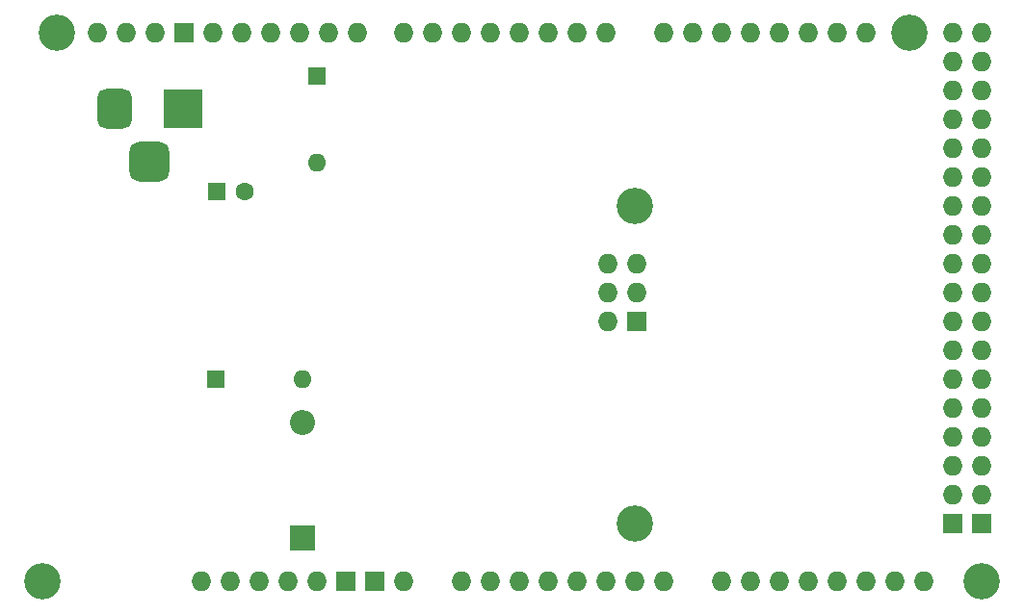
<source format=gbr>
%TF.GenerationSoftware,KiCad,Pcbnew,7.0.10*%
%TF.CreationDate,2024-05-14T13:40:59-04:00*%
%TF.ProjectId,Power PCB,506f7765-7220-4504-9342-2e6b69636164,rev?*%
%TF.SameCoordinates,Original*%
%TF.FileFunction,Soldermask,Bot*%
%TF.FilePolarity,Negative*%
%FSLAX46Y46*%
G04 Gerber Fmt 4.6, Leading zero omitted, Abs format (unit mm)*
G04 Created by KiCad (PCBNEW 7.0.10) date 2024-05-14 13:40:59*
%MOMM*%
%LPD*%
G01*
G04 APERTURE LIST*
G04 Aperture macros list*
%AMRoundRect*
0 Rectangle with rounded corners*
0 $1 Rounding radius*
0 $2 $3 $4 $5 $6 $7 $8 $9 X,Y pos of 4 corners*
0 Add a 4 corners polygon primitive as box body*
4,1,4,$2,$3,$4,$5,$6,$7,$8,$9,$2,$3,0*
0 Add four circle primitives for the rounded corners*
1,1,$1+$1,$2,$3*
1,1,$1+$1,$4,$5*
1,1,$1+$1,$6,$7*
1,1,$1+$1,$8,$9*
0 Add four rect primitives between the rounded corners*
20,1,$1+$1,$2,$3,$4,$5,0*
20,1,$1+$1,$4,$5,$6,$7,0*
20,1,$1+$1,$6,$7,$8,$9,0*
20,1,$1+$1,$8,$9,$2,$3,0*%
G04 Aperture macros list end*
%ADD10C,3.200000*%
%ADD11O,1.727200X1.727200*%
%ADD12R,1.727200X1.727200*%
%ADD13R,1.600000X1.600000*%
%ADD14O,1.600000X1.600000*%
%ADD15R,3.500000X3.500000*%
%ADD16RoundRect,0.750000X-0.750000X-1.000000X0.750000X-1.000000X0.750000X1.000000X-0.750000X1.000000X0*%
%ADD17RoundRect,0.875000X-0.875000X-0.875000X0.875000X-0.875000X0.875000X0.875000X-0.875000X0.875000X0*%
%ADD18C,1.600000*%
%ADD19R,2.200000X2.200000*%
%ADD20O,2.200000X2.200000*%
G04 APERTURE END LIST*
D10*
%TO.C,XA1*%
X113030000Y-109220000D03*
X114300000Y-60960000D03*
X165100000Y-76200000D03*
X165100000Y-104140000D03*
X189230000Y-60960000D03*
X195580000Y-109220000D03*
D11*
X134620000Y-109220000D03*
X137160000Y-109220000D03*
X165227000Y-81280000D03*
X193040000Y-60960000D03*
X195580000Y-60960000D03*
X149860000Y-109220000D03*
X152400000Y-109220000D03*
X154940000Y-109220000D03*
X157480000Y-109220000D03*
X160020000Y-109220000D03*
X162560000Y-109220000D03*
X165100000Y-109220000D03*
X167640000Y-109220000D03*
X172720000Y-109220000D03*
X175260000Y-109220000D03*
X177800000Y-109220000D03*
X180340000Y-109220000D03*
X182880000Y-109220000D03*
X185420000Y-109220000D03*
X187960000Y-109220000D03*
X190500000Y-109220000D03*
X122936000Y-60960000D03*
X162560000Y-60960000D03*
X160020000Y-60960000D03*
X157480000Y-60960000D03*
X154940000Y-60960000D03*
X152400000Y-60960000D03*
X149860000Y-60960000D03*
X147320000Y-60960000D03*
X144780000Y-60960000D03*
X140716000Y-60960000D03*
X138176000Y-60960000D03*
X135636000Y-60960000D03*
X133096000Y-60960000D03*
X130556000Y-60960000D03*
X128016000Y-60960000D03*
X167640000Y-60960000D03*
X170180000Y-60960000D03*
X172720000Y-60960000D03*
X175260000Y-60960000D03*
X177800000Y-60960000D03*
X180340000Y-60960000D03*
X182880000Y-60960000D03*
X185420000Y-60960000D03*
X193040000Y-63500000D03*
X195580000Y-63500000D03*
X193040000Y-66040000D03*
X195580000Y-66040000D03*
X193040000Y-68580000D03*
X195580000Y-68580000D03*
X193040000Y-71120000D03*
X195580000Y-71120000D03*
X193040000Y-73660000D03*
X195580000Y-73660000D03*
X193040000Y-76200000D03*
X195580000Y-76200000D03*
X193040000Y-78740000D03*
X195580000Y-78740000D03*
X193040000Y-81280000D03*
X195580000Y-81280000D03*
X193040000Y-83820000D03*
X195580000Y-83820000D03*
X193040000Y-86360000D03*
X195580000Y-86360000D03*
X193040000Y-88900000D03*
X195580000Y-88900000D03*
X193040000Y-91440000D03*
X195580000Y-91440000D03*
X193040000Y-93980000D03*
X195580000Y-93980000D03*
X193040000Y-96520000D03*
X195580000Y-96520000D03*
X193040000Y-99060000D03*
X195580000Y-99060000D03*
X193040000Y-101600000D03*
X195580000Y-101600000D03*
D12*
X125476000Y-60960000D03*
X139700000Y-109220000D03*
X142240000Y-109220000D03*
X165227000Y-86360000D03*
X193040000Y-104140000D03*
X195580000Y-104140000D03*
D11*
X129540000Y-109220000D03*
X162687000Y-81280000D03*
X165227000Y-83820000D03*
X132080000Y-109220000D03*
X162687000Y-86360000D03*
X162687000Y-83820000D03*
X117856000Y-60960000D03*
X120396000Y-60960000D03*
X127000000Y-109220000D03*
X144780000Y-109220000D03*
%TD*%
D13*
%TO.C,SW1*%
X128280000Y-91440000D03*
D14*
X135900000Y-91440000D03*
%TD*%
D15*
%TO.C,J1*%
X125380000Y-67622500D03*
D16*
X119380000Y-67622500D03*
D17*
X122380000Y-72322500D03*
%TD*%
D13*
%TO.C,SW2*%
X137160000Y-64780000D03*
D14*
X137160000Y-72400000D03*
%TD*%
D13*
%TO.C,C2*%
X128310000Y-74930000D03*
D18*
X130810000Y-74930000D03*
%TD*%
D19*
%TO.C,D2*%
X135890000Y-105410000D03*
D20*
X135890000Y-95250000D03*
%TD*%
M02*

</source>
